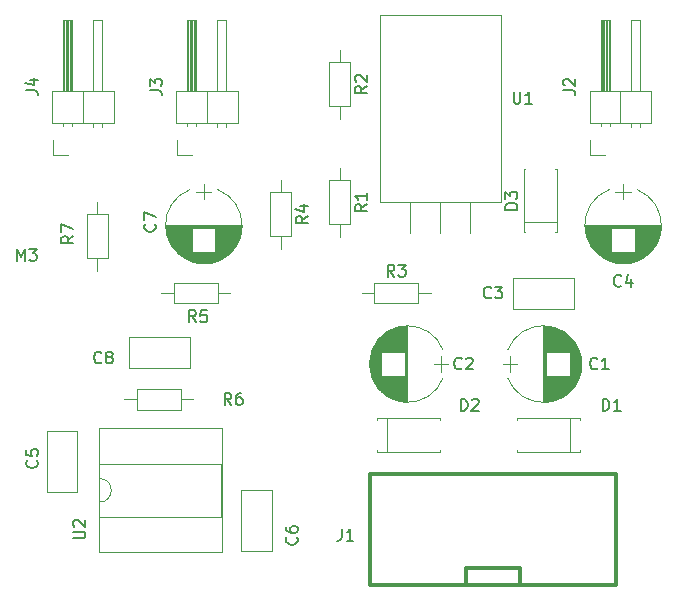
<source format=gbr>
G04 #@! TF.FileFunction,Legend,Top*
%FSLAX46Y46*%
G04 Gerber Fmt 4.6, Leading zero omitted, Abs format (unit mm)*
G04 Created by KiCad (PCBNEW 4.0.7) date Wed Nov 22 16:36:53 2017*
%MOMM*%
%LPD*%
G01*
G04 APERTURE LIST*
%ADD10C,0.100000*%
%ADD11C,0.304800*%
%ADD12C,0.299720*%
%ADD13C,0.120000*%
%ADD14C,0.203200*%
%ADD15C,0.150000*%
G04 APERTURE END LIST*
D10*
D11*
X33100000Y1300000D02*
X53900000Y1300000D01*
X53900000Y10700000D02*
X33100000Y10700000D01*
X33100000Y10700000D02*
X33100000Y1300000D01*
X53900000Y10700000D02*
X53900000Y1300000D01*
D12*
X45800000Y1300000D02*
X45800000Y2700000D01*
X45800000Y2700000D02*
X41200000Y2700000D01*
X41200000Y2700000D02*
X41200000Y1300000D01*
D13*
X33920000Y33690000D02*
X44160000Y33690000D01*
X33920000Y49580000D02*
X44160000Y49580000D01*
X33920000Y49580000D02*
X33920000Y33690000D01*
X44160000Y49580000D02*
X44160000Y33690000D01*
X36500000Y33690000D02*
X36500000Y31050000D01*
X39040000Y33690000D02*
X39040000Y31066000D01*
X41580000Y33690000D02*
X41580000Y31066000D01*
X33232180Y18820864D02*
G75*
G03X39267482Y18820000I3017820J1179136D01*
G01*
X33232180Y21179136D02*
G75*
G02X39267482Y21180000I3017820J-1179136D01*
G01*
X33232180Y21179136D02*
G75*
G03X33232518Y18820000I3017820J-1179136D01*
G01*
X36250000Y16800000D02*
X36250000Y23200000D01*
X36210000Y16800000D02*
X36210000Y23200000D01*
X36170000Y16800000D02*
X36170000Y23200000D01*
X36130000Y16802000D02*
X36130000Y23198000D01*
X36090000Y16803000D02*
X36090000Y23197000D01*
X36050000Y16806000D02*
X36050000Y23194000D01*
X36010000Y16808000D02*
X36010000Y23192000D01*
X35970000Y16812000D02*
X35970000Y19020000D01*
X35970000Y20980000D02*
X35970000Y23188000D01*
X35930000Y16815000D02*
X35930000Y19020000D01*
X35930000Y20980000D02*
X35930000Y23185000D01*
X35890000Y16820000D02*
X35890000Y19020000D01*
X35890000Y20980000D02*
X35890000Y23180000D01*
X35850000Y16824000D02*
X35850000Y19020000D01*
X35850000Y20980000D02*
X35850000Y23176000D01*
X35810000Y16830000D02*
X35810000Y19020000D01*
X35810000Y20980000D02*
X35810000Y23170000D01*
X35770000Y16835000D02*
X35770000Y19020000D01*
X35770000Y20980000D02*
X35770000Y23165000D01*
X35730000Y16842000D02*
X35730000Y19020000D01*
X35730000Y20980000D02*
X35730000Y23158000D01*
X35690000Y16848000D02*
X35690000Y19020000D01*
X35690000Y20980000D02*
X35690000Y23152000D01*
X35650000Y16856000D02*
X35650000Y19020000D01*
X35650000Y20980000D02*
X35650000Y23144000D01*
X35610000Y16863000D02*
X35610000Y19020000D01*
X35610000Y20980000D02*
X35610000Y23137000D01*
X35570000Y16872000D02*
X35570000Y19020000D01*
X35570000Y20980000D02*
X35570000Y23128000D01*
X35529000Y16881000D02*
X35529000Y19020000D01*
X35529000Y20980000D02*
X35529000Y23119000D01*
X35489000Y16890000D02*
X35489000Y19020000D01*
X35489000Y20980000D02*
X35489000Y23110000D01*
X35449000Y16900000D02*
X35449000Y19020000D01*
X35449000Y20980000D02*
X35449000Y23100000D01*
X35409000Y16910000D02*
X35409000Y19020000D01*
X35409000Y20980000D02*
X35409000Y23090000D01*
X35369000Y16921000D02*
X35369000Y19020000D01*
X35369000Y20980000D02*
X35369000Y23079000D01*
X35329000Y16933000D02*
X35329000Y19020000D01*
X35329000Y20980000D02*
X35329000Y23067000D01*
X35289000Y16945000D02*
X35289000Y19020000D01*
X35289000Y20980000D02*
X35289000Y23055000D01*
X35249000Y16958000D02*
X35249000Y19020000D01*
X35249000Y20980000D02*
X35249000Y23042000D01*
X35209000Y16971000D02*
X35209000Y19020000D01*
X35209000Y20980000D02*
X35209000Y23029000D01*
X35169000Y16985000D02*
X35169000Y19020000D01*
X35169000Y20980000D02*
X35169000Y23015000D01*
X35129000Y16999000D02*
X35129000Y19020000D01*
X35129000Y20980000D02*
X35129000Y23001000D01*
X35089000Y17014000D02*
X35089000Y19020000D01*
X35089000Y20980000D02*
X35089000Y22986000D01*
X35049000Y17030000D02*
X35049000Y19020000D01*
X35049000Y20980000D02*
X35049000Y22970000D01*
X35009000Y17046000D02*
X35009000Y19020000D01*
X35009000Y20980000D02*
X35009000Y22954000D01*
X34969000Y17063000D02*
X34969000Y19020000D01*
X34969000Y20980000D02*
X34969000Y22937000D01*
X34929000Y17081000D02*
X34929000Y19020000D01*
X34929000Y20980000D02*
X34929000Y22919000D01*
X34889000Y17099000D02*
X34889000Y19020000D01*
X34889000Y20980000D02*
X34889000Y22901000D01*
X34849000Y17118000D02*
X34849000Y19020000D01*
X34849000Y20980000D02*
X34849000Y22882000D01*
X34809000Y17137000D02*
X34809000Y19020000D01*
X34809000Y20980000D02*
X34809000Y22863000D01*
X34769000Y17157000D02*
X34769000Y19020000D01*
X34769000Y20980000D02*
X34769000Y22843000D01*
X34729000Y17178000D02*
X34729000Y19020000D01*
X34729000Y20980000D02*
X34729000Y22822000D01*
X34689000Y17200000D02*
X34689000Y19020000D01*
X34689000Y20980000D02*
X34689000Y22800000D01*
X34649000Y17222000D02*
X34649000Y19020000D01*
X34649000Y20980000D02*
X34649000Y22778000D01*
X34609000Y17245000D02*
X34609000Y19020000D01*
X34609000Y20980000D02*
X34609000Y22755000D01*
X34569000Y17269000D02*
X34569000Y19020000D01*
X34569000Y20980000D02*
X34569000Y22731000D01*
X34529000Y17294000D02*
X34529000Y19020000D01*
X34529000Y20980000D02*
X34529000Y22706000D01*
X34489000Y17319000D02*
X34489000Y19020000D01*
X34489000Y20980000D02*
X34489000Y22681000D01*
X34449000Y17346000D02*
X34449000Y19020000D01*
X34449000Y20980000D02*
X34449000Y22654000D01*
X34409000Y17373000D02*
X34409000Y19020000D01*
X34409000Y20980000D02*
X34409000Y22627000D01*
X34369000Y17401000D02*
X34369000Y19020000D01*
X34369000Y20980000D02*
X34369000Y22599000D01*
X34329000Y17430000D02*
X34329000Y19020000D01*
X34329000Y20980000D02*
X34329000Y22570000D01*
X34289000Y17460000D02*
X34289000Y19020000D01*
X34289000Y20980000D02*
X34289000Y22540000D01*
X34249000Y17490000D02*
X34249000Y19020000D01*
X34249000Y20980000D02*
X34249000Y22510000D01*
X34209000Y17522000D02*
X34209000Y19020000D01*
X34209000Y20980000D02*
X34209000Y22478000D01*
X34169000Y17555000D02*
X34169000Y19020000D01*
X34169000Y20980000D02*
X34169000Y22445000D01*
X34129000Y17589000D02*
X34129000Y19020000D01*
X34129000Y20980000D02*
X34129000Y22411000D01*
X34089000Y17625000D02*
X34089000Y19020000D01*
X34089000Y20980000D02*
X34089000Y22375000D01*
X34049000Y17661000D02*
X34049000Y19020000D01*
X34049000Y20980000D02*
X34049000Y22339000D01*
X34009000Y17699000D02*
X34009000Y22301000D01*
X33969000Y17738000D02*
X33969000Y22262000D01*
X33929000Y17778000D02*
X33929000Y22222000D01*
X33889000Y17820000D02*
X33889000Y22180000D01*
X33849000Y17863000D02*
X33849000Y22137000D01*
X33809000Y17908000D02*
X33809000Y22092000D01*
X33769000Y17955000D02*
X33769000Y22045000D01*
X33729000Y18003000D02*
X33729000Y21997000D01*
X33689000Y18054000D02*
X33689000Y21946000D01*
X33649000Y18106000D02*
X33649000Y21894000D01*
X33609000Y18161000D02*
X33609000Y21839000D01*
X33569000Y18219000D02*
X33569000Y21781000D01*
X33529000Y18279000D02*
X33529000Y21721000D01*
X33489000Y18342000D02*
X33489000Y21658000D01*
X33449000Y18409000D02*
X33449000Y21591000D01*
X33409000Y18480000D02*
X33409000Y21520000D01*
X33369000Y18555000D02*
X33369000Y21445000D01*
X33329000Y18636000D02*
X33329000Y21364000D01*
X33289000Y18722000D02*
X33289000Y21278000D01*
X33249000Y18816000D02*
X33249000Y21184000D01*
X33209000Y18919000D02*
X33209000Y21081000D01*
X33169000Y19034000D02*
X33169000Y20966000D01*
X33129000Y19166000D02*
X33129000Y20834000D01*
X33089000Y19324000D02*
X33089000Y20676000D01*
X33049000Y19532000D02*
X33049000Y20468000D01*
X39700000Y20000000D02*
X38500000Y20000000D01*
X39100000Y19350000D02*
X39100000Y20650000D01*
X33650000Y15280000D02*
X33650000Y15410000D01*
X33650000Y15410000D02*
X38970000Y15410000D01*
X38970000Y15410000D02*
X38970000Y15280000D01*
X33650000Y12720000D02*
X33650000Y12590000D01*
X33650000Y12590000D02*
X38970000Y12590000D01*
X38970000Y12590000D02*
X38970000Y12720000D01*
X34490000Y15410000D02*
X34490000Y12590000D01*
X55679136Y28732180D02*
G75*
G03X55680000Y34767482I-1179136J3017820D01*
G01*
X53320864Y28732180D02*
G75*
G02X53320000Y34767482I1179136J3017820D01*
G01*
X53320864Y28732180D02*
G75*
G03X55680000Y28732518I1179136J3017820D01*
G01*
X57700000Y31750000D02*
X51300000Y31750000D01*
X57700000Y31710000D02*
X51300000Y31710000D01*
X57700000Y31670000D02*
X51300000Y31670000D01*
X57698000Y31630000D02*
X51302000Y31630000D01*
X57697000Y31590000D02*
X51303000Y31590000D01*
X57694000Y31550000D02*
X51306000Y31550000D01*
X57692000Y31510000D02*
X51308000Y31510000D01*
X57688000Y31470000D02*
X55480000Y31470000D01*
X53520000Y31470000D02*
X51312000Y31470000D01*
X57685000Y31430000D02*
X55480000Y31430000D01*
X53520000Y31430000D02*
X51315000Y31430000D01*
X57680000Y31390000D02*
X55480000Y31390000D01*
X53520000Y31390000D02*
X51320000Y31390000D01*
X57676000Y31350000D02*
X55480000Y31350000D01*
X53520000Y31350000D02*
X51324000Y31350000D01*
X57670000Y31310000D02*
X55480000Y31310000D01*
X53520000Y31310000D02*
X51330000Y31310000D01*
X57665000Y31270000D02*
X55480000Y31270000D01*
X53520000Y31270000D02*
X51335000Y31270000D01*
X57658000Y31230000D02*
X55480000Y31230000D01*
X53520000Y31230000D02*
X51342000Y31230000D01*
X57652000Y31190000D02*
X55480000Y31190000D01*
X53520000Y31190000D02*
X51348000Y31190000D01*
X57644000Y31150000D02*
X55480000Y31150000D01*
X53520000Y31150000D02*
X51356000Y31150000D01*
X57637000Y31110000D02*
X55480000Y31110000D01*
X53520000Y31110000D02*
X51363000Y31110000D01*
X57628000Y31070000D02*
X55480000Y31070000D01*
X53520000Y31070000D02*
X51372000Y31070000D01*
X57619000Y31029000D02*
X55480000Y31029000D01*
X53520000Y31029000D02*
X51381000Y31029000D01*
X57610000Y30989000D02*
X55480000Y30989000D01*
X53520000Y30989000D02*
X51390000Y30989000D01*
X57600000Y30949000D02*
X55480000Y30949000D01*
X53520000Y30949000D02*
X51400000Y30949000D01*
X57590000Y30909000D02*
X55480000Y30909000D01*
X53520000Y30909000D02*
X51410000Y30909000D01*
X57579000Y30869000D02*
X55480000Y30869000D01*
X53520000Y30869000D02*
X51421000Y30869000D01*
X57567000Y30829000D02*
X55480000Y30829000D01*
X53520000Y30829000D02*
X51433000Y30829000D01*
X57555000Y30789000D02*
X55480000Y30789000D01*
X53520000Y30789000D02*
X51445000Y30789000D01*
X57542000Y30749000D02*
X55480000Y30749000D01*
X53520000Y30749000D02*
X51458000Y30749000D01*
X57529000Y30709000D02*
X55480000Y30709000D01*
X53520000Y30709000D02*
X51471000Y30709000D01*
X57515000Y30669000D02*
X55480000Y30669000D01*
X53520000Y30669000D02*
X51485000Y30669000D01*
X57501000Y30629000D02*
X55480000Y30629000D01*
X53520000Y30629000D02*
X51499000Y30629000D01*
X57486000Y30589000D02*
X55480000Y30589000D01*
X53520000Y30589000D02*
X51514000Y30589000D01*
X57470000Y30549000D02*
X55480000Y30549000D01*
X53520000Y30549000D02*
X51530000Y30549000D01*
X57454000Y30509000D02*
X55480000Y30509000D01*
X53520000Y30509000D02*
X51546000Y30509000D01*
X57437000Y30469000D02*
X55480000Y30469000D01*
X53520000Y30469000D02*
X51563000Y30469000D01*
X57419000Y30429000D02*
X55480000Y30429000D01*
X53520000Y30429000D02*
X51581000Y30429000D01*
X57401000Y30389000D02*
X55480000Y30389000D01*
X53520000Y30389000D02*
X51599000Y30389000D01*
X57382000Y30349000D02*
X55480000Y30349000D01*
X53520000Y30349000D02*
X51618000Y30349000D01*
X57363000Y30309000D02*
X55480000Y30309000D01*
X53520000Y30309000D02*
X51637000Y30309000D01*
X57343000Y30269000D02*
X55480000Y30269000D01*
X53520000Y30269000D02*
X51657000Y30269000D01*
X57322000Y30229000D02*
X55480000Y30229000D01*
X53520000Y30229000D02*
X51678000Y30229000D01*
X57300000Y30189000D02*
X55480000Y30189000D01*
X53520000Y30189000D02*
X51700000Y30189000D01*
X57278000Y30149000D02*
X55480000Y30149000D01*
X53520000Y30149000D02*
X51722000Y30149000D01*
X57255000Y30109000D02*
X55480000Y30109000D01*
X53520000Y30109000D02*
X51745000Y30109000D01*
X57231000Y30069000D02*
X55480000Y30069000D01*
X53520000Y30069000D02*
X51769000Y30069000D01*
X57206000Y30029000D02*
X55480000Y30029000D01*
X53520000Y30029000D02*
X51794000Y30029000D01*
X57181000Y29989000D02*
X55480000Y29989000D01*
X53520000Y29989000D02*
X51819000Y29989000D01*
X57154000Y29949000D02*
X55480000Y29949000D01*
X53520000Y29949000D02*
X51846000Y29949000D01*
X57127000Y29909000D02*
X55480000Y29909000D01*
X53520000Y29909000D02*
X51873000Y29909000D01*
X57099000Y29869000D02*
X55480000Y29869000D01*
X53520000Y29869000D02*
X51901000Y29869000D01*
X57070000Y29829000D02*
X55480000Y29829000D01*
X53520000Y29829000D02*
X51930000Y29829000D01*
X57040000Y29789000D02*
X55480000Y29789000D01*
X53520000Y29789000D02*
X51960000Y29789000D01*
X57010000Y29749000D02*
X55480000Y29749000D01*
X53520000Y29749000D02*
X51990000Y29749000D01*
X56978000Y29709000D02*
X55480000Y29709000D01*
X53520000Y29709000D02*
X52022000Y29709000D01*
X56945000Y29669000D02*
X55480000Y29669000D01*
X53520000Y29669000D02*
X52055000Y29669000D01*
X56911000Y29629000D02*
X55480000Y29629000D01*
X53520000Y29629000D02*
X52089000Y29629000D01*
X56875000Y29589000D02*
X55480000Y29589000D01*
X53520000Y29589000D02*
X52125000Y29589000D01*
X56839000Y29549000D02*
X55480000Y29549000D01*
X53520000Y29549000D02*
X52161000Y29549000D01*
X56801000Y29509000D02*
X52199000Y29509000D01*
X56762000Y29469000D02*
X52238000Y29469000D01*
X56722000Y29429000D02*
X52278000Y29429000D01*
X56680000Y29389000D02*
X52320000Y29389000D01*
X56637000Y29349000D02*
X52363000Y29349000D01*
X56592000Y29309000D02*
X52408000Y29309000D01*
X56545000Y29269000D02*
X52455000Y29269000D01*
X56497000Y29229000D02*
X52503000Y29229000D01*
X56446000Y29189000D02*
X52554000Y29189000D01*
X56394000Y29149000D02*
X52606000Y29149000D01*
X56339000Y29109000D02*
X52661000Y29109000D01*
X56281000Y29069000D02*
X52719000Y29069000D01*
X56221000Y29029000D02*
X52779000Y29029000D01*
X56158000Y28989000D02*
X52842000Y28989000D01*
X56091000Y28949000D02*
X52909000Y28949000D01*
X56020000Y28909000D02*
X52980000Y28909000D01*
X55945000Y28869000D02*
X53055000Y28869000D01*
X55864000Y28829000D02*
X53136000Y28829000D01*
X55778000Y28789000D02*
X53222000Y28789000D01*
X55684000Y28749000D02*
X53316000Y28749000D01*
X55581000Y28709000D02*
X53419000Y28709000D01*
X55466000Y28669000D02*
X53534000Y28669000D01*
X55334000Y28629000D02*
X53666000Y28629000D01*
X55176000Y28589000D02*
X53824000Y28589000D01*
X54968000Y28549000D02*
X54032000Y28549000D01*
X54500000Y35200000D02*
X54500000Y34000000D01*
X55150000Y34600000D02*
X53850000Y34600000D01*
X50767820Y21179136D02*
G75*
G03X44732518Y21180000I-3017820J-1179136D01*
G01*
X50767820Y18820864D02*
G75*
G02X44732518Y18820000I-3017820J1179136D01*
G01*
X50767820Y18820864D02*
G75*
G03X50767482Y21180000I-3017820J1179136D01*
G01*
X47750000Y23200000D02*
X47750000Y16800000D01*
X47790000Y23200000D02*
X47790000Y16800000D01*
X47830000Y23200000D02*
X47830000Y16800000D01*
X47870000Y23198000D02*
X47870000Y16802000D01*
X47910000Y23197000D02*
X47910000Y16803000D01*
X47950000Y23194000D02*
X47950000Y16806000D01*
X47990000Y23192000D02*
X47990000Y16808000D01*
X48030000Y23188000D02*
X48030000Y20980000D01*
X48030000Y19020000D02*
X48030000Y16812000D01*
X48070000Y23185000D02*
X48070000Y20980000D01*
X48070000Y19020000D02*
X48070000Y16815000D01*
X48110000Y23180000D02*
X48110000Y20980000D01*
X48110000Y19020000D02*
X48110000Y16820000D01*
X48150000Y23176000D02*
X48150000Y20980000D01*
X48150000Y19020000D02*
X48150000Y16824000D01*
X48190000Y23170000D02*
X48190000Y20980000D01*
X48190000Y19020000D02*
X48190000Y16830000D01*
X48230000Y23165000D02*
X48230000Y20980000D01*
X48230000Y19020000D02*
X48230000Y16835000D01*
X48270000Y23158000D02*
X48270000Y20980000D01*
X48270000Y19020000D02*
X48270000Y16842000D01*
X48310000Y23152000D02*
X48310000Y20980000D01*
X48310000Y19020000D02*
X48310000Y16848000D01*
X48350000Y23144000D02*
X48350000Y20980000D01*
X48350000Y19020000D02*
X48350000Y16856000D01*
X48390000Y23137000D02*
X48390000Y20980000D01*
X48390000Y19020000D02*
X48390000Y16863000D01*
X48430000Y23128000D02*
X48430000Y20980000D01*
X48430000Y19020000D02*
X48430000Y16872000D01*
X48471000Y23119000D02*
X48471000Y20980000D01*
X48471000Y19020000D02*
X48471000Y16881000D01*
X48511000Y23110000D02*
X48511000Y20980000D01*
X48511000Y19020000D02*
X48511000Y16890000D01*
X48551000Y23100000D02*
X48551000Y20980000D01*
X48551000Y19020000D02*
X48551000Y16900000D01*
X48591000Y23090000D02*
X48591000Y20980000D01*
X48591000Y19020000D02*
X48591000Y16910000D01*
X48631000Y23079000D02*
X48631000Y20980000D01*
X48631000Y19020000D02*
X48631000Y16921000D01*
X48671000Y23067000D02*
X48671000Y20980000D01*
X48671000Y19020000D02*
X48671000Y16933000D01*
X48711000Y23055000D02*
X48711000Y20980000D01*
X48711000Y19020000D02*
X48711000Y16945000D01*
X48751000Y23042000D02*
X48751000Y20980000D01*
X48751000Y19020000D02*
X48751000Y16958000D01*
X48791000Y23029000D02*
X48791000Y20980000D01*
X48791000Y19020000D02*
X48791000Y16971000D01*
X48831000Y23015000D02*
X48831000Y20980000D01*
X48831000Y19020000D02*
X48831000Y16985000D01*
X48871000Y23001000D02*
X48871000Y20980000D01*
X48871000Y19020000D02*
X48871000Y16999000D01*
X48911000Y22986000D02*
X48911000Y20980000D01*
X48911000Y19020000D02*
X48911000Y17014000D01*
X48951000Y22970000D02*
X48951000Y20980000D01*
X48951000Y19020000D02*
X48951000Y17030000D01*
X48991000Y22954000D02*
X48991000Y20980000D01*
X48991000Y19020000D02*
X48991000Y17046000D01*
X49031000Y22937000D02*
X49031000Y20980000D01*
X49031000Y19020000D02*
X49031000Y17063000D01*
X49071000Y22919000D02*
X49071000Y20980000D01*
X49071000Y19020000D02*
X49071000Y17081000D01*
X49111000Y22901000D02*
X49111000Y20980000D01*
X49111000Y19020000D02*
X49111000Y17099000D01*
X49151000Y22882000D02*
X49151000Y20980000D01*
X49151000Y19020000D02*
X49151000Y17118000D01*
X49191000Y22863000D02*
X49191000Y20980000D01*
X49191000Y19020000D02*
X49191000Y17137000D01*
X49231000Y22843000D02*
X49231000Y20980000D01*
X49231000Y19020000D02*
X49231000Y17157000D01*
X49271000Y22822000D02*
X49271000Y20980000D01*
X49271000Y19020000D02*
X49271000Y17178000D01*
X49311000Y22800000D02*
X49311000Y20980000D01*
X49311000Y19020000D02*
X49311000Y17200000D01*
X49351000Y22778000D02*
X49351000Y20980000D01*
X49351000Y19020000D02*
X49351000Y17222000D01*
X49391000Y22755000D02*
X49391000Y20980000D01*
X49391000Y19020000D02*
X49391000Y17245000D01*
X49431000Y22731000D02*
X49431000Y20980000D01*
X49431000Y19020000D02*
X49431000Y17269000D01*
X49471000Y22706000D02*
X49471000Y20980000D01*
X49471000Y19020000D02*
X49471000Y17294000D01*
X49511000Y22681000D02*
X49511000Y20980000D01*
X49511000Y19020000D02*
X49511000Y17319000D01*
X49551000Y22654000D02*
X49551000Y20980000D01*
X49551000Y19020000D02*
X49551000Y17346000D01*
X49591000Y22627000D02*
X49591000Y20980000D01*
X49591000Y19020000D02*
X49591000Y17373000D01*
X49631000Y22599000D02*
X49631000Y20980000D01*
X49631000Y19020000D02*
X49631000Y17401000D01*
X49671000Y22570000D02*
X49671000Y20980000D01*
X49671000Y19020000D02*
X49671000Y17430000D01*
X49711000Y22540000D02*
X49711000Y20980000D01*
X49711000Y19020000D02*
X49711000Y17460000D01*
X49751000Y22510000D02*
X49751000Y20980000D01*
X49751000Y19020000D02*
X49751000Y17490000D01*
X49791000Y22478000D02*
X49791000Y20980000D01*
X49791000Y19020000D02*
X49791000Y17522000D01*
X49831000Y22445000D02*
X49831000Y20980000D01*
X49831000Y19020000D02*
X49831000Y17555000D01*
X49871000Y22411000D02*
X49871000Y20980000D01*
X49871000Y19020000D02*
X49871000Y17589000D01*
X49911000Y22375000D02*
X49911000Y20980000D01*
X49911000Y19020000D02*
X49911000Y17625000D01*
X49951000Y22339000D02*
X49951000Y20980000D01*
X49951000Y19020000D02*
X49951000Y17661000D01*
X49991000Y22301000D02*
X49991000Y17699000D01*
X50031000Y22262000D02*
X50031000Y17738000D01*
X50071000Y22222000D02*
X50071000Y17778000D01*
X50111000Y22180000D02*
X50111000Y17820000D01*
X50151000Y22137000D02*
X50151000Y17863000D01*
X50191000Y22092000D02*
X50191000Y17908000D01*
X50231000Y22045000D02*
X50231000Y17955000D01*
X50271000Y21997000D02*
X50271000Y18003000D01*
X50311000Y21946000D02*
X50311000Y18054000D01*
X50351000Y21894000D02*
X50351000Y18106000D01*
X50391000Y21839000D02*
X50391000Y18161000D01*
X50431000Y21781000D02*
X50431000Y18219000D01*
X50471000Y21721000D02*
X50471000Y18279000D01*
X50511000Y21658000D02*
X50511000Y18342000D01*
X50551000Y21591000D02*
X50551000Y18409000D01*
X50591000Y21520000D02*
X50591000Y18480000D01*
X50631000Y21445000D02*
X50631000Y18555000D01*
X50671000Y21364000D02*
X50671000Y18636000D01*
X50711000Y21278000D02*
X50711000Y18722000D01*
X50751000Y21184000D02*
X50751000Y18816000D01*
X50791000Y21081000D02*
X50791000Y18919000D01*
X50831000Y20966000D02*
X50831000Y19034000D01*
X50871000Y20834000D02*
X50871000Y19166000D01*
X50911000Y20676000D02*
X50911000Y19324000D01*
X50951000Y20468000D02*
X50951000Y19532000D01*
X44300000Y20000000D02*
X45500000Y20000000D01*
X44900000Y20650000D02*
X44900000Y19350000D01*
X51670000Y40440000D02*
X56870000Y40440000D01*
X56870000Y40440000D02*
X56870000Y43100000D01*
X56870000Y43100000D02*
X51670000Y43100000D01*
X51670000Y43100000D02*
X51670000Y40440000D01*
X52620000Y43100000D02*
X52620000Y49100000D01*
X52620000Y49100000D02*
X53380000Y49100000D01*
X53380000Y49100000D02*
X53380000Y43100000D01*
X52680000Y43100000D02*
X52680000Y49100000D01*
X52800000Y43100000D02*
X52800000Y49100000D01*
X52920000Y43100000D02*
X52920000Y49100000D01*
X53040000Y43100000D02*
X53040000Y49100000D01*
X53160000Y43100000D02*
X53160000Y49100000D01*
X53280000Y43100000D02*
X53280000Y49100000D01*
X52620000Y40110000D02*
X52620000Y40440000D01*
X53380000Y40110000D02*
X53380000Y40440000D01*
X54270000Y40440000D02*
X54270000Y43100000D01*
X55160000Y43100000D02*
X55160000Y49100000D01*
X55160000Y49100000D02*
X55920000Y49100000D01*
X55920000Y49100000D02*
X55920000Y43100000D01*
X55160000Y40042929D02*
X55160000Y40440000D01*
X55920000Y40042929D02*
X55920000Y40440000D01*
X53000000Y37730000D02*
X51730000Y37730000D01*
X51730000Y37730000D02*
X51730000Y39000000D01*
X31360000Y35550000D02*
X29640000Y35550000D01*
X29640000Y35550000D02*
X29640000Y31830000D01*
X29640000Y31830000D02*
X31360000Y31830000D01*
X31360000Y31830000D02*
X31360000Y35550000D01*
X30500000Y36620000D02*
X30500000Y35550000D01*
X30500000Y30760000D02*
X30500000Y31830000D01*
X31360000Y45550000D02*
X29640000Y45550000D01*
X29640000Y45550000D02*
X29640000Y41830000D01*
X29640000Y41830000D02*
X31360000Y41830000D01*
X31360000Y41830000D02*
X31360000Y45550000D01*
X30500000Y46620000D02*
X30500000Y45550000D01*
X30500000Y40760000D02*
X30500000Y41830000D01*
X33450000Y26860000D02*
X33450000Y25140000D01*
X33450000Y25140000D02*
X37170000Y25140000D01*
X37170000Y25140000D02*
X37170000Y26860000D01*
X37170000Y26860000D02*
X33450000Y26860000D01*
X32380000Y26000000D02*
X33450000Y26000000D01*
X38240000Y26000000D02*
X37170000Y26000000D01*
X45190000Y27310000D02*
X50310000Y27310000D01*
X45190000Y24690000D02*
X50310000Y24690000D01*
X45190000Y27310000D02*
X45190000Y24690000D01*
X50310000Y27310000D02*
X50310000Y24690000D01*
X8310000Y14310000D02*
X8310000Y9190000D01*
X5690000Y14310000D02*
X5690000Y9190000D01*
X8310000Y14310000D02*
X5690000Y14310000D01*
X8310000Y9190000D02*
X5690000Y9190000D01*
X22190000Y4190000D02*
X22190000Y9310000D01*
X24810000Y4190000D02*
X24810000Y9310000D01*
X22190000Y4190000D02*
X24810000Y4190000D01*
X22190000Y9310000D02*
X24810000Y9310000D01*
X20179136Y28732180D02*
G75*
G03X20180000Y34767482I-1179136J3017820D01*
G01*
X17820864Y28732180D02*
G75*
G02X17820000Y34767482I1179136J3017820D01*
G01*
X17820864Y28732180D02*
G75*
G03X20180000Y28732518I1179136J3017820D01*
G01*
X22200000Y31750000D02*
X15800000Y31750000D01*
X22200000Y31710000D02*
X15800000Y31710000D01*
X22200000Y31670000D02*
X15800000Y31670000D01*
X22198000Y31630000D02*
X15802000Y31630000D01*
X22197000Y31590000D02*
X15803000Y31590000D01*
X22194000Y31550000D02*
X15806000Y31550000D01*
X22192000Y31510000D02*
X15808000Y31510000D01*
X22188000Y31470000D02*
X19980000Y31470000D01*
X18020000Y31470000D02*
X15812000Y31470000D01*
X22185000Y31430000D02*
X19980000Y31430000D01*
X18020000Y31430000D02*
X15815000Y31430000D01*
X22180000Y31390000D02*
X19980000Y31390000D01*
X18020000Y31390000D02*
X15820000Y31390000D01*
X22176000Y31350000D02*
X19980000Y31350000D01*
X18020000Y31350000D02*
X15824000Y31350000D01*
X22170000Y31310000D02*
X19980000Y31310000D01*
X18020000Y31310000D02*
X15830000Y31310000D01*
X22165000Y31270000D02*
X19980000Y31270000D01*
X18020000Y31270000D02*
X15835000Y31270000D01*
X22158000Y31230000D02*
X19980000Y31230000D01*
X18020000Y31230000D02*
X15842000Y31230000D01*
X22152000Y31190000D02*
X19980000Y31190000D01*
X18020000Y31190000D02*
X15848000Y31190000D01*
X22144000Y31150000D02*
X19980000Y31150000D01*
X18020000Y31150000D02*
X15856000Y31150000D01*
X22137000Y31110000D02*
X19980000Y31110000D01*
X18020000Y31110000D02*
X15863000Y31110000D01*
X22128000Y31070000D02*
X19980000Y31070000D01*
X18020000Y31070000D02*
X15872000Y31070000D01*
X22119000Y31029000D02*
X19980000Y31029000D01*
X18020000Y31029000D02*
X15881000Y31029000D01*
X22110000Y30989000D02*
X19980000Y30989000D01*
X18020000Y30989000D02*
X15890000Y30989000D01*
X22100000Y30949000D02*
X19980000Y30949000D01*
X18020000Y30949000D02*
X15900000Y30949000D01*
X22090000Y30909000D02*
X19980000Y30909000D01*
X18020000Y30909000D02*
X15910000Y30909000D01*
X22079000Y30869000D02*
X19980000Y30869000D01*
X18020000Y30869000D02*
X15921000Y30869000D01*
X22067000Y30829000D02*
X19980000Y30829000D01*
X18020000Y30829000D02*
X15933000Y30829000D01*
X22055000Y30789000D02*
X19980000Y30789000D01*
X18020000Y30789000D02*
X15945000Y30789000D01*
X22042000Y30749000D02*
X19980000Y30749000D01*
X18020000Y30749000D02*
X15958000Y30749000D01*
X22029000Y30709000D02*
X19980000Y30709000D01*
X18020000Y30709000D02*
X15971000Y30709000D01*
X22015000Y30669000D02*
X19980000Y30669000D01*
X18020000Y30669000D02*
X15985000Y30669000D01*
X22001000Y30629000D02*
X19980000Y30629000D01*
X18020000Y30629000D02*
X15999000Y30629000D01*
X21986000Y30589000D02*
X19980000Y30589000D01*
X18020000Y30589000D02*
X16014000Y30589000D01*
X21970000Y30549000D02*
X19980000Y30549000D01*
X18020000Y30549000D02*
X16030000Y30549000D01*
X21954000Y30509000D02*
X19980000Y30509000D01*
X18020000Y30509000D02*
X16046000Y30509000D01*
X21937000Y30469000D02*
X19980000Y30469000D01*
X18020000Y30469000D02*
X16063000Y30469000D01*
X21919000Y30429000D02*
X19980000Y30429000D01*
X18020000Y30429000D02*
X16081000Y30429000D01*
X21901000Y30389000D02*
X19980000Y30389000D01*
X18020000Y30389000D02*
X16099000Y30389000D01*
X21882000Y30349000D02*
X19980000Y30349000D01*
X18020000Y30349000D02*
X16118000Y30349000D01*
X21863000Y30309000D02*
X19980000Y30309000D01*
X18020000Y30309000D02*
X16137000Y30309000D01*
X21843000Y30269000D02*
X19980000Y30269000D01*
X18020000Y30269000D02*
X16157000Y30269000D01*
X21822000Y30229000D02*
X19980000Y30229000D01*
X18020000Y30229000D02*
X16178000Y30229000D01*
X21800000Y30189000D02*
X19980000Y30189000D01*
X18020000Y30189000D02*
X16200000Y30189000D01*
X21778000Y30149000D02*
X19980000Y30149000D01*
X18020000Y30149000D02*
X16222000Y30149000D01*
X21755000Y30109000D02*
X19980000Y30109000D01*
X18020000Y30109000D02*
X16245000Y30109000D01*
X21731000Y30069000D02*
X19980000Y30069000D01*
X18020000Y30069000D02*
X16269000Y30069000D01*
X21706000Y30029000D02*
X19980000Y30029000D01*
X18020000Y30029000D02*
X16294000Y30029000D01*
X21681000Y29989000D02*
X19980000Y29989000D01*
X18020000Y29989000D02*
X16319000Y29989000D01*
X21654000Y29949000D02*
X19980000Y29949000D01*
X18020000Y29949000D02*
X16346000Y29949000D01*
X21627000Y29909000D02*
X19980000Y29909000D01*
X18020000Y29909000D02*
X16373000Y29909000D01*
X21599000Y29869000D02*
X19980000Y29869000D01*
X18020000Y29869000D02*
X16401000Y29869000D01*
X21570000Y29829000D02*
X19980000Y29829000D01*
X18020000Y29829000D02*
X16430000Y29829000D01*
X21540000Y29789000D02*
X19980000Y29789000D01*
X18020000Y29789000D02*
X16460000Y29789000D01*
X21510000Y29749000D02*
X19980000Y29749000D01*
X18020000Y29749000D02*
X16490000Y29749000D01*
X21478000Y29709000D02*
X19980000Y29709000D01*
X18020000Y29709000D02*
X16522000Y29709000D01*
X21445000Y29669000D02*
X19980000Y29669000D01*
X18020000Y29669000D02*
X16555000Y29669000D01*
X21411000Y29629000D02*
X19980000Y29629000D01*
X18020000Y29629000D02*
X16589000Y29629000D01*
X21375000Y29589000D02*
X19980000Y29589000D01*
X18020000Y29589000D02*
X16625000Y29589000D01*
X21339000Y29549000D02*
X19980000Y29549000D01*
X18020000Y29549000D02*
X16661000Y29549000D01*
X21301000Y29509000D02*
X16699000Y29509000D01*
X21262000Y29469000D02*
X16738000Y29469000D01*
X21222000Y29429000D02*
X16778000Y29429000D01*
X21180000Y29389000D02*
X16820000Y29389000D01*
X21137000Y29349000D02*
X16863000Y29349000D01*
X21092000Y29309000D02*
X16908000Y29309000D01*
X21045000Y29269000D02*
X16955000Y29269000D01*
X20997000Y29229000D02*
X17003000Y29229000D01*
X20946000Y29189000D02*
X17054000Y29189000D01*
X20894000Y29149000D02*
X17106000Y29149000D01*
X20839000Y29109000D02*
X17161000Y29109000D01*
X20781000Y29069000D02*
X17219000Y29069000D01*
X20721000Y29029000D02*
X17279000Y29029000D01*
X20658000Y28989000D02*
X17342000Y28989000D01*
X20591000Y28949000D02*
X17409000Y28949000D01*
X20520000Y28909000D02*
X17480000Y28909000D01*
X20445000Y28869000D02*
X17555000Y28869000D01*
X20364000Y28829000D02*
X17636000Y28829000D01*
X20278000Y28789000D02*
X17722000Y28789000D01*
X20184000Y28749000D02*
X17816000Y28749000D01*
X20081000Y28709000D02*
X17919000Y28709000D01*
X19966000Y28669000D02*
X18034000Y28669000D01*
X19834000Y28629000D02*
X18166000Y28629000D01*
X19676000Y28589000D02*
X18324000Y28589000D01*
X19468000Y28549000D02*
X18532000Y28549000D01*
X19000000Y35200000D02*
X19000000Y34000000D01*
X19650000Y34600000D02*
X18350000Y34600000D01*
X17810000Y19690000D02*
X12690000Y19690000D01*
X17810000Y22310000D02*
X12690000Y22310000D01*
X17810000Y19690000D02*
X17810000Y22310000D01*
X12690000Y19690000D02*
X12690000Y22310000D01*
X50850000Y12720000D02*
X50850000Y12590000D01*
X50850000Y12590000D02*
X45530000Y12590000D01*
X45530000Y12590000D02*
X45530000Y12720000D01*
X50850000Y15280000D02*
X50850000Y15410000D01*
X50850000Y15410000D02*
X45530000Y15410000D01*
X45530000Y15410000D02*
X45530000Y15280000D01*
X50010000Y12590000D02*
X50010000Y15410000D01*
X46220000Y31150000D02*
X46090000Y31150000D01*
X46090000Y31150000D02*
X46090000Y36470000D01*
X46090000Y36470000D02*
X46220000Y36470000D01*
X48780000Y31150000D02*
X48910000Y31150000D01*
X48910000Y31150000D02*
X48910000Y36470000D01*
X48910000Y36470000D02*
X48780000Y36470000D01*
X46090000Y31990000D02*
X48910000Y31990000D01*
X16670000Y40440000D02*
X21870000Y40440000D01*
X21870000Y40440000D02*
X21870000Y43100000D01*
X21870000Y43100000D02*
X16670000Y43100000D01*
X16670000Y43100000D02*
X16670000Y40440000D01*
X17620000Y43100000D02*
X17620000Y49100000D01*
X17620000Y49100000D02*
X18380000Y49100000D01*
X18380000Y49100000D02*
X18380000Y43100000D01*
X17680000Y43100000D02*
X17680000Y49100000D01*
X17800000Y43100000D02*
X17800000Y49100000D01*
X17920000Y43100000D02*
X17920000Y49100000D01*
X18040000Y43100000D02*
X18040000Y49100000D01*
X18160000Y43100000D02*
X18160000Y49100000D01*
X18280000Y43100000D02*
X18280000Y49100000D01*
X17620000Y40110000D02*
X17620000Y40440000D01*
X18380000Y40110000D02*
X18380000Y40440000D01*
X19270000Y40440000D02*
X19270000Y43100000D01*
X20160000Y43100000D02*
X20160000Y49100000D01*
X20160000Y49100000D02*
X20920000Y49100000D01*
X20920000Y49100000D02*
X20920000Y43100000D01*
X20160000Y40042929D02*
X20160000Y40440000D01*
X20920000Y40042929D02*
X20920000Y40440000D01*
X18000000Y37730000D02*
X16730000Y37730000D01*
X16730000Y37730000D02*
X16730000Y39000000D01*
X6170000Y40440000D02*
X11370000Y40440000D01*
X11370000Y40440000D02*
X11370000Y43100000D01*
X11370000Y43100000D02*
X6170000Y43100000D01*
X6170000Y43100000D02*
X6170000Y40440000D01*
X7120000Y43100000D02*
X7120000Y49100000D01*
X7120000Y49100000D02*
X7880000Y49100000D01*
X7880000Y49100000D02*
X7880000Y43100000D01*
X7180000Y43100000D02*
X7180000Y49100000D01*
X7300000Y43100000D02*
X7300000Y49100000D01*
X7420000Y43100000D02*
X7420000Y49100000D01*
X7540000Y43100000D02*
X7540000Y49100000D01*
X7660000Y43100000D02*
X7660000Y49100000D01*
X7780000Y43100000D02*
X7780000Y49100000D01*
X7120000Y40110000D02*
X7120000Y40440000D01*
X7880000Y40110000D02*
X7880000Y40440000D01*
X8770000Y40440000D02*
X8770000Y43100000D01*
X9660000Y43100000D02*
X9660000Y49100000D01*
X9660000Y49100000D02*
X10420000Y49100000D01*
X10420000Y49100000D02*
X10420000Y43100000D01*
X9660000Y40042929D02*
X9660000Y40440000D01*
X10420000Y40042929D02*
X10420000Y40440000D01*
X7500000Y37730000D02*
X6230000Y37730000D01*
X6230000Y37730000D02*
X6230000Y39000000D01*
X26360000Y34550000D02*
X24640000Y34550000D01*
X24640000Y34550000D02*
X24640000Y30830000D01*
X24640000Y30830000D02*
X26360000Y30830000D01*
X26360000Y30830000D02*
X26360000Y34550000D01*
X25500000Y35620000D02*
X25500000Y34550000D01*
X25500000Y29760000D02*
X25500000Y30830000D01*
X16450000Y26860000D02*
X16450000Y25140000D01*
X16450000Y25140000D02*
X20170000Y25140000D01*
X20170000Y25140000D02*
X20170000Y26860000D01*
X20170000Y26860000D02*
X16450000Y26860000D01*
X15380000Y26000000D02*
X16450000Y26000000D01*
X21240000Y26000000D02*
X20170000Y26000000D01*
X17050000Y16140000D02*
X17050000Y17860000D01*
X17050000Y17860000D02*
X13330000Y17860000D01*
X13330000Y17860000D02*
X13330000Y16140000D01*
X13330000Y16140000D02*
X17050000Y16140000D01*
X18120000Y17000000D02*
X17050000Y17000000D01*
X12260000Y17000000D02*
X13330000Y17000000D01*
X9140000Y28950000D02*
X10860000Y28950000D01*
X10860000Y28950000D02*
X10860000Y32670000D01*
X10860000Y32670000D02*
X9140000Y32670000D01*
X9140000Y32670000D02*
X9140000Y28950000D01*
X10000000Y27880000D02*
X10000000Y28950000D01*
X10000000Y33740000D02*
X10000000Y32670000D01*
X10170000Y10310000D02*
G75*
G02X10170000Y8310000I0J-1000000D01*
G01*
X10170000Y8310000D02*
X10170000Y7060000D01*
X10170000Y7060000D02*
X20450000Y7060000D01*
X20450000Y7060000D02*
X20450000Y11560000D01*
X20450000Y11560000D02*
X10170000Y11560000D01*
X10170000Y11560000D02*
X10170000Y10310000D01*
X10110000Y4060000D02*
X20510000Y4060000D01*
X20510000Y4060000D02*
X20510000Y14560000D01*
X20510000Y14560000D02*
X10110000Y14560000D01*
X10110000Y14560000D02*
X10110000Y4060000D01*
D14*
X30666667Y6047619D02*
X30666667Y5333333D01*
X30619047Y5190476D01*
X30523809Y5095238D01*
X30380952Y5047619D01*
X30285714Y5047619D01*
X31666667Y5047619D02*
X31095238Y5047619D01*
X31380952Y5047619D02*
X31380952Y6047619D01*
X31285714Y5904762D01*
X31190476Y5809524D01*
X31095238Y5761905D01*
D15*
X45238095Y43047619D02*
X45238095Y42238095D01*
X45285714Y42142857D01*
X45333333Y42095238D01*
X45428571Y42047619D01*
X45619048Y42047619D01*
X45714286Y42095238D01*
X45761905Y42142857D01*
X45809524Y42238095D01*
X45809524Y43047619D01*
X46809524Y42047619D02*
X46238095Y42047619D01*
X46523809Y42047619D02*
X46523809Y43047619D01*
X46428571Y42904762D01*
X46333333Y42809524D01*
X46238095Y42761905D01*
X40833334Y19642857D02*
X40785715Y19595238D01*
X40642858Y19547619D01*
X40547620Y19547619D01*
X40404762Y19595238D01*
X40309524Y19690476D01*
X40261905Y19785714D01*
X40214286Y19976190D01*
X40214286Y20119048D01*
X40261905Y20309524D01*
X40309524Y20404762D01*
X40404762Y20500000D01*
X40547620Y20547619D01*
X40642858Y20547619D01*
X40785715Y20500000D01*
X40833334Y20452381D01*
X41214286Y20452381D02*
X41261905Y20500000D01*
X41357143Y20547619D01*
X41595239Y20547619D01*
X41690477Y20500000D01*
X41738096Y20452381D01*
X41785715Y20357143D01*
X41785715Y20261905D01*
X41738096Y20119048D01*
X41166667Y19547619D01*
X41785715Y19547619D01*
X40761905Y16047619D02*
X40761905Y17047619D01*
X41000000Y17047619D01*
X41142858Y17000000D01*
X41238096Y16904762D01*
X41285715Y16809524D01*
X41333334Y16619048D01*
X41333334Y16476190D01*
X41285715Y16285714D01*
X41238096Y16190476D01*
X41142858Y16095238D01*
X41000000Y16047619D01*
X40761905Y16047619D01*
X41714286Y16952381D02*
X41761905Y17000000D01*
X41857143Y17047619D01*
X42095239Y17047619D01*
X42190477Y17000000D01*
X42238096Y16952381D01*
X42285715Y16857143D01*
X42285715Y16761905D01*
X42238096Y16619048D01*
X41666667Y16047619D01*
X42285715Y16047619D01*
X54333334Y26642857D02*
X54285715Y26595238D01*
X54142858Y26547619D01*
X54047620Y26547619D01*
X53904762Y26595238D01*
X53809524Y26690476D01*
X53761905Y26785714D01*
X53714286Y26976190D01*
X53714286Y27119048D01*
X53761905Y27309524D01*
X53809524Y27404762D01*
X53904762Y27500000D01*
X54047620Y27547619D01*
X54142858Y27547619D01*
X54285715Y27500000D01*
X54333334Y27452381D01*
X55190477Y27214286D02*
X55190477Y26547619D01*
X54952381Y27595238D02*
X54714286Y26880952D01*
X55333334Y26880952D01*
X52333334Y19642857D02*
X52285715Y19595238D01*
X52142858Y19547619D01*
X52047620Y19547619D01*
X51904762Y19595238D01*
X51809524Y19690476D01*
X51761905Y19785714D01*
X51714286Y19976190D01*
X51714286Y20119048D01*
X51761905Y20309524D01*
X51809524Y20404762D01*
X51904762Y20500000D01*
X52047620Y20547619D01*
X52142858Y20547619D01*
X52285715Y20500000D01*
X52333334Y20452381D01*
X53285715Y19547619D02*
X52714286Y19547619D01*
X53000000Y19547619D02*
X53000000Y20547619D01*
X52904762Y20404762D01*
X52809524Y20309524D01*
X52714286Y20261905D01*
X49452381Y43166667D02*
X50166667Y43166667D01*
X50309524Y43119047D01*
X50404762Y43023809D01*
X50452381Y42880952D01*
X50452381Y42785714D01*
X49547619Y43595238D02*
X49500000Y43642857D01*
X49452381Y43738095D01*
X49452381Y43976191D01*
X49500000Y44071429D01*
X49547619Y44119048D01*
X49642857Y44166667D01*
X49738095Y44166667D01*
X49880952Y44119048D01*
X50452381Y43547619D01*
X50452381Y44166667D01*
X32812381Y33523334D02*
X32336190Y33190000D01*
X32812381Y32951905D02*
X31812381Y32951905D01*
X31812381Y33332858D01*
X31860000Y33428096D01*
X31907619Y33475715D01*
X32002857Y33523334D01*
X32145714Y33523334D01*
X32240952Y33475715D01*
X32288571Y33428096D01*
X32336190Y33332858D01*
X32336190Y32951905D01*
X32812381Y34475715D02*
X32812381Y33904286D01*
X32812381Y34190000D02*
X31812381Y34190000D01*
X31955238Y34094762D01*
X32050476Y33999524D01*
X32098095Y33904286D01*
X32812381Y43523334D02*
X32336190Y43190000D01*
X32812381Y42951905D02*
X31812381Y42951905D01*
X31812381Y43332858D01*
X31860000Y43428096D01*
X31907619Y43475715D01*
X32002857Y43523334D01*
X32145714Y43523334D01*
X32240952Y43475715D01*
X32288571Y43428096D01*
X32336190Y43332858D01*
X32336190Y42951905D01*
X31907619Y43904286D02*
X31860000Y43951905D01*
X31812381Y44047143D01*
X31812381Y44285239D01*
X31860000Y44380477D01*
X31907619Y44428096D01*
X32002857Y44475715D01*
X32098095Y44475715D01*
X32240952Y44428096D01*
X32812381Y43856667D01*
X32812381Y44475715D01*
X35143334Y27407619D02*
X34810000Y27883810D01*
X34571905Y27407619D02*
X34571905Y28407619D01*
X34952858Y28407619D01*
X35048096Y28360000D01*
X35095715Y28312381D01*
X35143334Y28217143D01*
X35143334Y28074286D01*
X35095715Y27979048D01*
X35048096Y27931429D01*
X34952858Y27883810D01*
X34571905Y27883810D01*
X35476667Y28407619D02*
X36095715Y28407619D01*
X35762381Y28026667D01*
X35905239Y28026667D01*
X36000477Y27979048D01*
X36048096Y27931429D01*
X36095715Y27836190D01*
X36095715Y27598095D01*
X36048096Y27502857D01*
X36000477Y27455238D01*
X35905239Y27407619D01*
X35619524Y27407619D01*
X35524286Y27455238D01*
X35476667Y27502857D01*
X43333334Y25642857D02*
X43285715Y25595238D01*
X43142858Y25547619D01*
X43047620Y25547619D01*
X42904762Y25595238D01*
X42809524Y25690476D01*
X42761905Y25785714D01*
X42714286Y25976190D01*
X42714286Y26119048D01*
X42761905Y26309524D01*
X42809524Y26404762D01*
X42904762Y26500000D01*
X43047620Y26547619D01*
X43142858Y26547619D01*
X43285715Y26500000D01*
X43333334Y26452381D01*
X43666667Y26547619D02*
X44285715Y26547619D01*
X43952381Y26166667D01*
X44095239Y26166667D01*
X44190477Y26119048D01*
X44238096Y26071429D01*
X44285715Y25976190D01*
X44285715Y25738095D01*
X44238096Y25642857D01*
X44190477Y25595238D01*
X44095239Y25547619D01*
X43809524Y25547619D01*
X43714286Y25595238D01*
X43666667Y25642857D01*
X4857143Y11833334D02*
X4904762Y11785715D01*
X4952381Y11642858D01*
X4952381Y11547620D01*
X4904762Y11404762D01*
X4809524Y11309524D01*
X4714286Y11261905D01*
X4523810Y11214286D01*
X4380952Y11214286D01*
X4190476Y11261905D01*
X4095238Y11309524D01*
X4000000Y11404762D01*
X3952381Y11547620D01*
X3952381Y11642858D01*
X4000000Y11785715D01*
X4047619Y11833334D01*
X3952381Y12738096D02*
X3952381Y12261905D01*
X4428571Y12214286D01*
X4380952Y12261905D01*
X4333333Y12357143D01*
X4333333Y12595239D01*
X4380952Y12690477D01*
X4428571Y12738096D01*
X4523810Y12785715D01*
X4761905Y12785715D01*
X4857143Y12738096D01*
X4904762Y12690477D01*
X4952381Y12595239D01*
X4952381Y12357143D01*
X4904762Y12261905D01*
X4857143Y12214286D01*
X26857143Y5333334D02*
X26904762Y5285715D01*
X26952381Y5142858D01*
X26952381Y5047620D01*
X26904762Y4904762D01*
X26809524Y4809524D01*
X26714286Y4761905D01*
X26523810Y4714286D01*
X26380952Y4714286D01*
X26190476Y4761905D01*
X26095238Y4809524D01*
X26000000Y4904762D01*
X25952381Y5047620D01*
X25952381Y5142858D01*
X26000000Y5285715D01*
X26047619Y5333334D01*
X25952381Y6190477D02*
X25952381Y6000000D01*
X26000000Y5904762D01*
X26047619Y5857143D01*
X26190476Y5761905D01*
X26380952Y5714286D01*
X26761905Y5714286D01*
X26857143Y5761905D01*
X26904762Y5809524D01*
X26952381Y5904762D01*
X26952381Y6095239D01*
X26904762Y6190477D01*
X26857143Y6238096D01*
X26761905Y6285715D01*
X26523810Y6285715D01*
X26428571Y6238096D01*
X26380952Y6190477D01*
X26333333Y6095239D01*
X26333333Y5904762D01*
X26380952Y5809524D01*
X26428571Y5761905D01*
X26523810Y5714286D01*
X14857143Y31833334D02*
X14904762Y31785715D01*
X14952381Y31642858D01*
X14952381Y31547620D01*
X14904762Y31404762D01*
X14809524Y31309524D01*
X14714286Y31261905D01*
X14523810Y31214286D01*
X14380952Y31214286D01*
X14190476Y31261905D01*
X14095238Y31309524D01*
X14000000Y31404762D01*
X13952381Y31547620D01*
X13952381Y31642858D01*
X14000000Y31785715D01*
X14047619Y31833334D01*
X13952381Y32166667D02*
X13952381Y32833334D01*
X14952381Y32404762D01*
X10333334Y20142857D02*
X10285715Y20095238D01*
X10142858Y20047619D01*
X10047620Y20047619D01*
X9904762Y20095238D01*
X9809524Y20190476D01*
X9761905Y20285714D01*
X9714286Y20476190D01*
X9714286Y20619048D01*
X9761905Y20809524D01*
X9809524Y20904762D01*
X9904762Y21000000D01*
X10047620Y21047619D01*
X10142858Y21047619D01*
X10285715Y21000000D01*
X10333334Y20952381D01*
X10904762Y20619048D02*
X10809524Y20666667D01*
X10761905Y20714286D01*
X10714286Y20809524D01*
X10714286Y20857143D01*
X10761905Y20952381D01*
X10809524Y21000000D01*
X10904762Y21047619D01*
X11095239Y21047619D01*
X11190477Y21000000D01*
X11238096Y20952381D01*
X11285715Y20857143D01*
X11285715Y20809524D01*
X11238096Y20714286D01*
X11190477Y20666667D01*
X11095239Y20619048D01*
X10904762Y20619048D01*
X10809524Y20571429D01*
X10761905Y20523810D01*
X10714286Y20428571D01*
X10714286Y20238095D01*
X10761905Y20142857D01*
X10809524Y20095238D01*
X10904762Y20047619D01*
X11095239Y20047619D01*
X11190477Y20095238D01*
X11238096Y20142857D01*
X11285715Y20238095D01*
X11285715Y20428571D01*
X11238096Y20523810D01*
X11190477Y20571429D01*
X11095239Y20619048D01*
X52761905Y16047619D02*
X52761905Y17047619D01*
X53000000Y17047619D01*
X53142858Y17000000D01*
X53238096Y16904762D01*
X53285715Y16809524D01*
X53333334Y16619048D01*
X53333334Y16476190D01*
X53285715Y16285714D01*
X53238096Y16190476D01*
X53142858Y16095238D01*
X53000000Y16047619D01*
X52761905Y16047619D01*
X54285715Y16047619D02*
X53714286Y16047619D01*
X54000000Y16047619D02*
X54000000Y17047619D01*
X53904762Y16904762D01*
X53809524Y16809524D01*
X53714286Y16761905D01*
X45542381Y33071905D02*
X44542381Y33071905D01*
X44542381Y33310000D01*
X44590000Y33452858D01*
X44685238Y33548096D01*
X44780476Y33595715D01*
X44970952Y33643334D01*
X45113810Y33643334D01*
X45304286Y33595715D01*
X45399524Y33548096D01*
X45494762Y33452858D01*
X45542381Y33310000D01*
X45542381Y33071905D01*
X44542381Y33976667D02*
X44542381Y34595715D01*
X44923333Y34262381D01*
X44923333Y34405239D01*
X44970952Y34500477D01*
X45018571Y34548096D01*
X45113810Y34595715D01*
X45351905Y34595715D01*
X45447143Y34548096D01*
X45494762Y34500477D01*
X45542381Y34405239D01*
X45542381Y34119524D01*
X45494762Y34024286D01*
X45447143Y33976667D01*
X14452381Y43166667D02*
X15166667Y43166667D01*
X15309524Y43119047D01*
X15404762Y43023809D01*
X15452381Y42880952D01*
X15452381Y42785714D01*
X14452381Y43547619D02*
X14452381Y44166667D01*
X14833333Y43833333D01*
X14833333Y43976191D01*
X14880952Y44071429D01*
X14928571Y44119048D01*
X15023810Y44166667D01*
X15261905Y44166667D01*
X15357143Y44119048D01*
X15404762Y44071429D01*
X15452381Y43976191D01*
X15452381Y43690476D01*
X15404762Y43595238D01*
X15357143Y43547619D01*
X3952381Y43166667D02*
X4666667Y43166667D01*
X4809524Y43119047D01*
X4904762Y43023809D01*
X4952381Y42880952D01*
X4952381Y42785714D01*
X4285714Y44071429D02*
X4952381Y44071429D01*
X3904762Y43833333D02*
X4619048Y43595238D01*
X4619048Y44214286D01*
X27812381Y32523334D02*
X27336190Y32190000D01*
X27812381Y31951905D02*
X26812381Y31951905D01*
X26812381Y32332858D01*
X26860000Y32428096D01*
X26907619Y32475715D01*
X27002857Y32523334D01*
X27145714Y32523334D01*
X27240952Y32475715D01*
X27288571Y32428096D01*
X27336190Y32332858D01*
X27336190Y31951905D01*
X27145714Y33380477D02*
X27812381Y33380477D01*
X26764762Y33142381D02*
X27479048Y32904286D01*
X27479048Y33523334D01*
X18333334Y23547619D02*
X18000000Y24023810D01*
X17761905Y23547619D02*
X17761905Y24547619D01*
X18142858Y24547619D01*
X18238096Y24500000D01*
X18285715Y24452381D01*
X18333334Y24357143D01*
X18333334Y24214286D01*
X18285715Y24119048D01*
X18238096Y24071429D01*
X18142858Y24023810D01*
X17761905Y24023810D01*
X19238096Y24547619D02*
X18761905Y24547619D01*
X18714286Y24071429D01*
X18761905Y24119048D01*
X18857143Y24166667D01*
X19095239Y24166667D01*
X19190477Y24119048D01*
X19238096Y24071429D01*
X19285715Y23976190D01*
X19285715Y23738095D01*
X19238096Y23642857D01*
X19190477Y23595238D01*
X19095239Y23547619D01*
X18857143Y23547619D01*
X18761905Y23595238D01*
X18714286Y23642857D01*
X21333334Y16547619D02*
X21000000Y17023810D01*
X20761905Y16547619D02*
X20761905Y17547619D01*
X21142858Y17547619D01*
X21238096Y17500000D01*
X21285715Y17452381D01*
X21333334Y17357143D01*
X21333334Y17214286D01*
X21285715Y17119048D01*
X21238096Y17071429D01*
X21142858Y17023810D01*
X20761905Y17023810D01*
X22190477Y17547619D02*
X22000000Y17547619D01*
X21904762Y17500000D01*
X21857143Y17452381D01*
X21761905Y17309524D01*
X21714286Y17119048D01*
X21714286Y16738095D01*
X21761905Y16642857D01*
X21809524Y16595238D01*
X21904762Y16547619D01*
X22095239Y16547619D01*
X22190477Y16595238D01*
X22238096Y16642857D01*
X22285715Y16738095D01*
X22285715Y16976190D01*
X22238096Y17071429D01*
X22190477Y17119048D01*
X22095239Y17166667D01*
X21904762Y17166667D01*
X21809524Y17119048D01*
X21761905Y17071429D01*
X21714286Y16976190D01*
X7952381Y30833334D02*
X7476190Y30500000D01*
X7952381Y30261905D02*
X6952381Y30261905D01*
X6952381Y30642858D01*
X7000000Y30738096D01*
X7047619Y30785715D01*
X7142857Y30833334D01*
X7285714Y30833334D01*
X7380952Y30785715D01*
X7428571Y30738096D01*
X7476190Y30642858D01*
X7476190Y30261905D01*
X6952381Y31166667D02*
X6952381Y31833334D01*
X7952381Y31404762D01*
X7952381Y5238095D02*
X8761905Y5238095D01*
X8857143Y5285714D01*
X8904762Y5333333D01*
X8952381Y5428571D01*
X8952381Y5619048D01*
X8904762Y5714286D01*
X8857143Y5761905D01*
X8761905Y5809524D01*
X7952381Y5809524D01*
X8047619Y6238095D02*
X8000000Y6285714D01*
X7952381Y6380952D01*
X7952381Y6619048D01*
X8000000Y6714286D01*
X8047619Y6761905D01*
X8142857Y6809524D01*
X8238095Y6809524D01*
X8380952Y6761905D01*
X8952381Y6190476D01*
X8952381Y6809524D01*
X3190476Y28747619D02*
X3190476Y29747619D01*
X3523810Y29033333D01*
X3857143Y29747619D01*
X3857143Y28747619D01*
X4238095Y29747619D02*
X4857143Y29747619D01*
X4523809Y29366667D01*
X4666667Y29366667D01*
X4761905Y29319048D01*
X4809524Y29271429D01*
X4857143Y29176190D01*
X4857143Y28938095D01*
X4809524Y28842857D01*
X4761905Y28795238D01*
X4666667Y28747619D01*
X4380952Y28747619D01*
X4285714Y28795238D01*
X4238095Y28842857D01*
M02*

</source>
